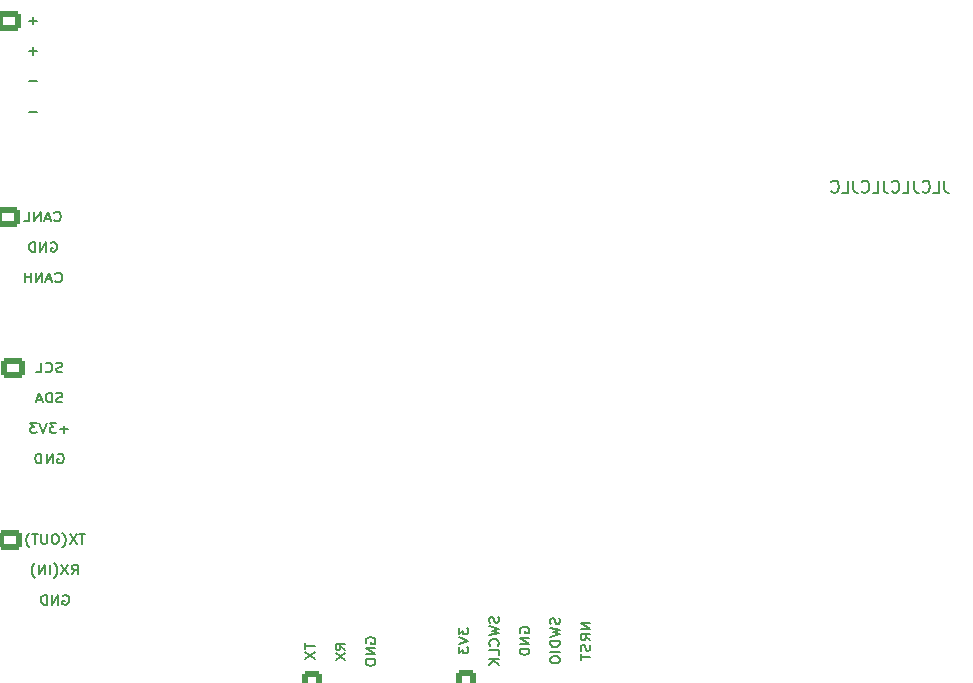
<source format=gbr>
%TF.GenerationSoftware,KiCad,Pcbnew,(6.0.6)*%
%TF.CreationDate,2022-10-20T14:17:53+09:00*%
%TF.ProjectId,LTE-base-H1,4c54452d-6261-4736-952d-48312e6b6963,rev?*%
%TF.SameCoordinates,Original*%
%TF.FileFunction,Legend,Bot*%
%TF.FilePolarity,Positive*%
%FSLAX46Y46*%
G04 Gerber Fmt 4.6, Leading zero omitted, Abs format (unit mm)*
G04 Created by KiCad (PCBNEW (6.0.6)) date 2022-10-20 14:17:53*
%MOMM*%
%LPD*%
G01*
G04 APERTURE LIST*
G04 Aperture macros list*
%AMRoundRect*
0 Rectangle with rounded corners*
0 $1 Rounding radius*
0 $2 $3 $4 $5 $6 $7 $8 $9 X,Y pos of 4 corners*
0 Add a 4 corners polygon primitive as box body*
4,1,4,$2,$3,$4,$5,$6,$7,$8,$9,$2,$3,0*
0 Add four circle primitives for the rounded corners*
1,1,$1+$1,$2,$3*
1,1,$1+$1,$4,$5*
1,1,$1+$1,$6,$7*
1,1,$1+$1,$8,$9*
0 Add four rect primitives between the rounded corners*
20,1,$1+$1,$2,$3,$4,$5,0*
20,1,$1+$1,$4,$5,$6,$7,0*
20,1,$1+$1,$6,$7,$8,$9,0*
20,1,$1+$1,$8,$9,$2,$3,0*%
G04 Aperture macros list end*
%ADD10C,0.200000*%
%ADD11C,0.150000*%
%ADD12C,0.800000*%
%ADD13C,6.400000*%
%ADD14C,6.200000*%
%ADD15RoundRect,0.250000X-0.725000X0.600000X-0.725000X-0.600000X0.725000X-0.600000X0.725000X0.600000X0*%
%ADD16O,1.950000X1.700000*%
%ADD17RoundRect,0.250000X-0.600000X-0.725000X0.600000X-0.725000X0.600000X0.725000X-0.600000X0.725000X0*%
%ADD18O,1.700000X1.950000*%
%ADD19C,2.000000*%
%ADD20C,1.100000*%
%ADD21C,1.600000*%
%ADD22C,3.550000*%
%ADD23C,2.390000*%
%ADD24C,1.980000*%
%ADD25C,0.650000*%
%ADD26O,1.000000X1.600000*%
%ADD27O,1.000000X2.100000*%
%ADD28R,3.500000X3.500000*%
%ADD29RoundRect,0.750000X-0.750000X-1.000000X0.750000X-1.000000X0.750000X1.000000X-0.750000X1.000000X0*%
%ADD30RoundRect,0.875000X-0.875000X-0.875000X0.875000X-0.875000X0.875000X0.875000X-0.875000X0.875000X0*%
G04 APERTURE END LIST*
D10*
X108321428Y-123909809D02*
X108192857Y-123947904D01*
X107978571Y-123947904D01*
X107892857Y-123909809D01*
X107850000Y-123871714D01*
X107807142Y-123795523D01*
X107807142Y-123719333D01*
X107850000Y-123643142D01*
X107892857Y-123605047D01*
X107978571Y-123566952D01*
X108150000Y-123528857D01*
X108235714Y-123490761D01*
X108278571Y-123452666D01*
X108321428Y-123376476D01*
X108321428Y-123300285D01*
X108278571Y-123224095D01*
X108235714Y-123186000D01*
X108150000Y-123147904D01*
X107935714Y-123147904D01*
X107807142Y-123186000D01*
X106907142Y-123871714D02*
X106950000Y-123909809D01*
X107078571Y-123947904D01*
X107164285Y-123947904D01*
X107292857Y-123909809D01*
X107378571Y-123833619D01*
X107421428Y-123757428D01*
X107464285Y-123605047D01*
X107464285Y-123490761D01*
X107421428Y-123338380D01*
X107378571Y-123262190D01*
X107292857Y-123186000D01*
X107164285Y-123147904D01*
X107078571Y-123147904D01*
X106950000Y-123186000D01*
X106907142Y-123224095D01*
X106092857Y-123947904D02*
X106521428Y-123947904D01*
X106521428Y-123147904D01*
X108342857Y-126485809D02*
X108214285Y-126523904D01*
X108000000Y-126523904D01*
X107914285Y-126485809D01*
X107871428Y-126447714D01*
X107828571Y-126371523D01*
X107828571Y-126295333D01*
X107871428Y-126219142D01*
X107914285Y-126181047D01*
X108000000Y-126142952D01*
X108171428Y-126104857D01*
X108257142Y-126066761D01*
X108300000Y-126028666D01*
X108342857Y-125952476D01*
X108342857Y-125876285D01*
X108300000Y-125800095D01*
X108257142Y-125762000D01*
X108171428Y-125723904D01*
X107957142Y-125723904D01*
X107828571Y-125762000D01*
X107442857Y-126523904D02*
X107442857Y-125723904D01*
X107228571Y-125723904D01*
X107100000Y-125762000D01*
X107014285Y-125838190D01*
X106971428Y-125914380D01*
X106928571Y-126066761D01*
X106928571Y-126181047D01*
X106971428Y-126333428D01*
X107014285Y-126409619D01*
X107100000Y-126485809D01*
X107228571Y-126523904D01*
X107442857Y-126523904D01*
X106585714Y-126295333D02*
X106157142Y-126295333D01*
X106671428Y-126523904D02*
X106371428Y-125723904D01*
X106071428Y-126523904D01*
X108835714Y-128795142D02*
X108150000Y-128795142D01*
X108492857Y-129099904D02*
X108492857Y-128490380D01*
X107807142Y-128299904D02*
X107250000Y-128299904D01*
X107550000Y-128604666D01*
X107421428Y-128604666D01*
X107335714Y-128642761D01*
X107292857Y-128680857D01*
X107250000Y-128757047D01*
X107250000Y-128947523D01*
X107292857Y-129023714D01*
X107335714Y-129061809D01*
X107421428Y-129099904D01*
X107678571Y-129099904D01*
X107764285Y-129061809D01*
X107807142Y-129023714D01*
X106992857Y-128299904D02*
X106692857Y-129099904D01*
X106392857Y-128299904D01*
X106178571Y-128299904D02*
X105621428Y-128299904D01*
X105921428Y-128604666D01*
X105792857Y-128604666D01*
X105707142Y-128642761D01*
X105664285Y-128680857D01*
X105621428Y-128757047D01*
X105621428Y-128947523D01*
X105664285Y-129023714D01*
X105707142Y-129061809D01*
X105792857Y-129099904D01*
X106050000Y-129099904D01*
X106135714Y-129061809D01*
X106178571Y-129023714D01*
X107935714Y-130914000D02*
X108021428Y-130875904D01*
X108150000Y-130875904D01*
X108278571Y-130914000D01*
X108364285Y-130990190D01*
X108407142Y-131066380D01*
X108450000Y-131218761D01*
X108450000Y-131333047D01*
X108407142Y-131485428D01*
X108364285Y-131561619D01*
X108278571Y-131637809D01*
X108150000Y-131675904D01*
X108064285Y-131675904D01*
X107935714Y-131637809D01*
X107892857Y-131599714D01*
X107892857Y-131333047D01*
X108064285Y-131333047D01*
X107507142Y-131675904D02*
X107507142Y-130875904D01*
X106992857Y-131675904D01*
X106992857Y-130875904D01*
X106564285Y-131675904D02*
X106564285Y-130875904D01*
X106350000Y-130875904D01*
X106221428Y-130914000D01*
X106135714Y-130990190D01*
X106092857Y-131066380D01*
X106050000Y-131218761D01*
X106050000Y-131333047D01*
X106092857Y-131485428D01*
X106135714Y-131561619D01*
X106221428Y-131637809D01*
X106350000Y-131675904D01*
X106564285Y-131675904D01*
X106192857Y-94193142D02*
X105507142Y-94193142D01*
X105850000Y-94497904D02*
X105850000Y-93888380D01*
X106192857Y-96769142D02*
X105507142Y-96769142D01*
X105850000Y-97073904D02*
X105850000Y-96464380D01*
X106192857Y-99345142D02*
X105507142Y-99345142D01*
X106192857Y-101921142D02*
X105507142Y-101921142D01*
D11*
X183019047Y-107752380D02*
X183019047Y-108466666D01*
X183066666Y-108609523D01*
X183161904Y-108704761D01*
X183304761Y-108752380D01*
X183400000Y-108752380D01*
X182066666Y-108752380D02*
X182542857Y-108752380D01*
X182542857Y-107752380D01*
X181161904Y-108657142D02*
X181209523Y-108704761D01*
X181352380Y-108752380D01*
X181447619Y-108752380D01*
X181590476Y-108704761D01*
X181685714Y-108609523D01*
X181733333Y-108514285D01*
X181780952Y-108323809D01*
X181780952Y-108180952D01*
X181733333Y-107990476D01*
X181685714Y-107895238D01*
X181590476Y-107800000D01*
X181447619Y-107752380D01*
X181352380Y-107752380D01*
X181209523Y-107800000D01*
X181161904Y-107847619D01*
X180447619Y-107752380D02*
X180447619Y-108466666D01*
X180495238Y-108609523D01*
X180590476Y-108704761D01*
X180733333Y-108752380D01*
X180828571Y-108752380D01*
X179495238Y-108752380D02*
X179971428Y-108752380D01*
X179971428Y-107752380D01*
X178590476Y-108657142D02*
X178638095Y-108704761D01*
X178780952Y-108752380D01*
X178876190Y-108752380D01*
X179019047Y-108704761D01*
X179114285Y-108609523D01*
X179161904Y-108514285D01*
X179209523Y-108323809D01*
X179209523Y-108180952D01*
X179161904Y-107990476D01*
X179114285Y-107895238D01*
X179019047Y-107800000D01*
X178876190Y-107752380D01*
X178780952Y-107752380D01*
X178638095Y-107800000D01*
X178590476Y-107847619D01*
X177876190Y-107752380D02*
X177876190Y-108466666D01*
X177923809Y-108609523D01*
X178019047Y-108704761D01*
X178161904Y-108752380D01*
X178257142Y-108752380D01*
X176923809Y-108752380D02*
X177400000Y-108752380D01*
X177400000Y-107752380D01*
X176019047Y-108657142D02*
X176066666Y-108704761D01*
X176209523Y-108752380D01*
X176304761Y-108752380D01*
X176447619Y-108704761D01*
X176542857Y-108609523D01*
X176590476Y-108514285D01*
X176638095Y-108323809D01*
X176638095Y-108180952D01*
X176590476Y-107990476D01*
X176542857Y-107895238D01*
X176447619Y-107800000D01*
X176304761Y-107752380D01*
X176209523Y-107752380D01*
X176066666Y-107800000D01*
X176019047Y-107847619D01*
X175304761Y-107752380D02*
X175304761Y-108466666D01*
X175352380Y-108609523D01*
X175447619Y-108704761D01*
X175590476Y-108752380D01*
X175685714Y-108752380D01*
X174352380Y-108752380D02*
X174828571Y-108752380D01*
X174828571Y-107752380D01*
X173447619Y-108657142D02*
X173495238Y-108704761D01*
X173638095Y-108752380D01*
X173733333Y-108752380D01*
X173876190Y-108704761D01*
X173971428Y-108609523D01*
X174019047Y-108514285D01*
X174066666Y-108323809D01*
X174066666Y-108180952D01*
X174019047Y-107990476D01*
X173971428Y-107895238D01*
X173876190Y-107800000D01*
X173733333Y-107752380D01*
X173638095Y-107752380D01*
X173495238Y-107800000D01*
X173447619Y-107847619D01*
D10*
X107642857Y-111109714D02*
X107685714Y-111147809D01*
X107814285Y-111185904D01*
X107900000Y-111185904D01*
X108028571Y-111147809D01*
X108114285Y-111071619D01*
X108157142Y-110995428D01*
X108200000Y-110843047D01*
X108200000Y-110728761D01*
X108157142Y-110576380D01*
X108114285Y-110500190D01*
X108028571Y-110424000D01*
X107900000Y-110385904D01*
X107814285Y-110385904D01*
X107685714Y-110424000D01*
X107642857Y-110462095D01*
X107300000Y-110957333D02*
X106871428Y-110957333D01*
X107385714Y-111185904D02*
X107085714Y-110385904D01*
X106785714Y-111185904D01*
X106485714Y-111185904D02*
X106485714Y-110385904D01*
X105971428Y-111185904D01*
X105971428Y-110385904D01*
X105114285Y-111185904D02*
X105542857Y-111185904D01*
X105542857Y-110385904D01*
X107385714Y-113000000D02*
X107471428Y-112961904D01*
X107600000Y-112961904D01*
X107728571Y-113000000D01*
X107814285Y-113076190D01*
X107857142Y-113152380D01*
X107900000Y-113304761D01*
X107900000Y-113419047D01*
X107857142Y-113571428D01*
X107814285Y-113647619D01*
X107728571Y-113723809D01*
X107600000Y-113761904D01*
X107514285Y-113761904D01*
X107385714Y-113723809D01*
X107342857Y-113685714D01*
X107342857Y-113419047D01*
X107514285Y-113419047D01*
X106957142Y-113761904D02*
X106957142Y-112961904D01*
X106442857Y-113761904D01*
X106442857Y-112961904D01*
X106014285Y-113761904D02*
X106014285Y-112961904D01*
X105800000Y-112961904D01*
X105671428Y-113000000D01*
X105585714Y-113076190D01*
X105542857Y-113152380D01*
X105500000Y-113304761D01*
X105500000Y-113419047D01*
X105542857Y-113571428D01*
X105585714Y-113647619D01*
X105671428Y-113723809D01*
X105800000Y-113761904D01*
X106014285Y-113761904D01*
X107750000Y-116261714D02*
X107792857Y-116299809D01*
X107921428Y-116337904D01*
X108007142Y-116337904D01*
X108135714Y-116299809D01*
X108221428Y-116223619D01*
X108264285Y-116147428D01*
X108307142Y-115995047D01*
X108307142Y-115880761D01*
X108264285Y-115728380D01*
X108221428Y-115652190D01*
X108135714Y-115576000D01*
X108007142Y-115537904D01*
X107921428Y-115537904D01*
X107792857Y-115576000D01*
X107750000Y-115614095D01*
X107407142Y-116109333D02*
X106978571Y-116109333D01*
X107492857Y-116337904D02*
X107192857Y-115537904D01*
X106892857Y-116337904D01*
X106592857Y-116337904D02*
X106592857Y-115537904D01*
X106078571Y-116337904D01*
X106078571Y-115537904D01*
X105650000Y-116337904D02*
X105650000Y-115537904D01*
X105650000Y-115918857D02*
X105135714Y-115918857D01*
X105135714Y-116337904D02*
X105135714Y-115537904D01*
X141909904Y-145585714D02*
X141909904Y-146142857D01*
X142214666Y-145842857D01*
X142214666Y-145971428D01*
X142252761Y-146057142D01*
X142290857Y-146100000D01*
X142367047Y-146142857D01*
X142557523Y-146142857D01*
X142633714Y-146100000D01*
X142671809Y-146057142D01*
X142709904Y-145971428D01*
X142709904Y-145714285D01*
X142671809Y-145628571D01*
X142633714Y-145585714D01*
X141909904Y-146400000D02*
X142709904Y-146700000D01*
X141909904Y-147000000D01*
X141909904Y-147214285D02*
X141909904Y-147771428D01*
X142214666Y-147471428D01*
X142214666Y-147600000D01*
X142252761Y-147685714D01*
X142290857Y-147728571D01*
X142367047Y-147771428D01*
X142557523Y-147771428D01*
X142633714Y-147728571D01*
X142671809Y-147685714D01*
X142709904Y-147600000D01*
X142709904Y-147342857D01*
X142671809Y-147257142D01*
X142633714Y-147214285D01*
X145247809Y-144664285D02*
X145285904Y-144792857D01*
X145285904Y-145007142D01*
X145247809Y-145092857D01*
X145209714Y-145135714D01*
X145133523Y-145178571D01*
X145057333Y-145178571D01*
X144981142Y-145135714D01*
X144943047Y-145092857D01*
X144904952Y-145007142D01*
X144866857Y-144835714D01*
X144828761Y-144750000D01*
X144790666Y-144707142D01*
X144714476Y-144664285D01*
X144638285Y-144664285D01*
X144562095Y-144707142D01*
X144524000Y-144750000D01*
X144485904Y-144835714D01*
X144485904Y-145050000D01*
X144524000Y-145178571D01*
X144485904Y-145478571D02*
X145285904Y-145692857D01*
X144714476Y-145864285D01*
X145285904Y-146035714D01*
X144485904Y-146250000D01*
X145209714Y-147107142D02*
X145247809Y-147064285D01*
X145285904Y-146935714D01*
X145285904Y-146850000D01*
X145247809Y-146721428D01*
X145171619Y-146635714D01*
X145095428Y-146592857D01*
X144943047Y-146550000D01*
X144828761Y-146550000D01*
X144676380Y-146592857D01*
X144600190Y-146635714D01*
X144524000Y-146721428D01*
X144485904Y-146850000D01*
X144485904Y-146935714D01*
X144524000Y-147064285D01*
X144562095Y-147107142D01*
X145285904Y-147921428D02*
X145285904Y-147492857D01*
X144485904Y-147492857D01*
X145285904Y-148221428D02*
X144485904Y-148221428D01*
X145285904Y-148735714D02*
X144828761Y-148350000D01*
X144485904Y-148735714D02*
X144943047Y-148221428D01*
X147100000Y-146014285D02*
X147061904Y-145928571D01*
X147061904Y-145800000D01*
X147100000Y-145671428D01*
X147176190Y-145585714D01*
X147252380Y-145542857D01*
X147404761Y-145500000D01*
X147519047Y-145500000D01*
X147671428Y-145542857D01*
X147747619Y-145585714D01*
X147823809Y-145671428D01*
X147861904Y-145800000D01*
X147861904Y-145885714D01*
X147823809Y-146014285D01*
X147785714Y-146057142D01*
X147519047Y-146057142D01*
X147519047Y-145885714D01*
X147861904Y-146442857D02*
X147061904Y-146442857D01*
X147861904Y-146957142D01*
X147061904Y-146957142D01*
X147861904Y-147385714D02*
X147061904Y-147385714D01*
X147061904Y-147600000D01*
X147100000Y-147728571D01*
X147176190Y-147814285D01*
X147252380Y-147857142D01*
X147404761Y-147900000D01*
X147519047Y-147900000D01*
X147671428Y-147857142D01*
X147747619Y-147814285D01*
X147823809Y-147728571D01*
X147861904Y-147600000D01*
X147861904Y-147385714D01*
X150399809Y-144792857D02*
X150437904Y-144921428D01*
X150437904Y-145135714D01*
X150399809Y-145221428D01*
X150361714Y-145264285D01*
X150285523Y-145307142D01*
X150209333Y-145307142D01*
X150133142Y-145264285D01*
X150095047Y-145221428D01*
X150056952Y-145135714D01*
X150018857Y-144964285D01*
X149980761Y-144878571D01*
X149942666Y-144835714D01*
X149866476Y-144792857D01*
X149790285Y-144792857D01*
X149714095Y-144835714D01*
X149676000Y-144878571D01*
X149637904Y-144964285D01*
X149637904Y-145178571D01*
X149676000Y-145307142D01*
X149637904Y-145607142D02*
X150437904Y-145821428D01*
X149866476Y-145992857D01*
X150437904Y-146164285D01*
X149637904Y-146378571D01*
X150437904Y-146721428D02*
X149637904Y-146721428D01*
X149637904Y-146935714D01*
X149676000Y-147064285D01*
X149752190Y-147150000D01*
X149828380Y-147192857D01*
X149980761Y-147235714D01*
X150095047Y-147235714D01*
X150247428Y-147192857D01*
X150323619Y-147150000D01*
X150399809Y-147064285D01*
X150437904Y-146935714D01*
X150437904Y-146721428D01*
X150437904Y-147621428D02*
X149637904Y-147621428D01*
X149637904Y-148221428D02*
X149637904Y-148392857D01*
X149676000Y-148478571D01*
X149752190Y-148564285D01*
X149904571Y-148607142D01*
X150171238Y-148607142D01*
X150323619Y-148564285D01*
X150399809Y-148478571D01*
X150437904Y-148392857D01*
X150437904Y-148221428D01*
X150399809Y-148135714D01*
X150323619Y-148050000D01*
X150171238Y-148007142D01*
X149904571Y-148007142D01*
X149752190Y-148050000D01*
X149676000Y-148135714D01*
X149637904Y-148221428D01*
X153013904Y-145221428D02*
X152213904Y-145221428D01*
X153013904Y-145735714D01*
X152213904Y-145735714D01*
X153013904Y-146678571D02*
X152632952Y-146378571D01*
X153013904Y-146164285D02*
X152213904Y-146164285D01*
X152213904Y-146507142D01*
X152252000Y-146592857D01*
X152290095Y-146635714D01*
X152366285Y-146678571D01*
X152480571Y-146678571D01*
X152556761Y-146635714D01*
X152594857Y-146592857D01*
X152632952Y-146507142D01*
X152632952Y-146164285D01*
X152975809Y-147021428D02*
X153013904Y-147150000D01*
X153013904Y-147364285D01*
X152975809Y-147450000D01*
X152937714Y-147492857D01*
X152861523Y-147535714D01*
X152785333Y-147535714D01*
X152709142Y-147492857D01*
X152671047Y-147450000D01*
X152632952Y-147364285D01*
X152594857Y-147192857D01*
X152556761Y-147107142D01*
X152518666Y-147064285D01*
X152442476Y-147021428D01*
X152366285Y-147021428D01*
X152290095Y-147064285D01*
X152252000Y-147107142D01*
X152213904Y-147192857D01*
X152213904Y-147407142D01*
X152252000Y-147535714D01*
X152213904Y-147792857D02*
X152213904Y-148307142D01*
X153013904Y-148050000D02*
X152213904Y-148050000D01*
X110271428Y-137685904D02*
X109757142Y-137685904D01*
X110014285Y-138485904D02*
X110014285Y-137685904D01*
X109542857Y-137685904D02*
X108942857Y-138485904D01*
X108942857Y-137685904D02*
X109542857Y-138485904D01*
X108342857Y-138790666D02*
X108385714Y-138752571D01*
X108471428Y-138638285D01*
X108514285Y-138562095D01*
X108557142Y-138447809D01*
X108600000Y-138257333D01*
X108600000Y-138104952D01*
X108557142Y-137914476D01*
X108514285Y-137800190D01*
X108471428Y-137724000D01*
X108385714Y-137609714D01*
X108342857Y-137571619D01*
X107828571Y-137685904D02*
X107657142Y-137685904D01*
X107571428Y-137724000D01*
X107485714Y-137800190D01*
X107442857Y-137952571D01*
X107442857Y-138219238D01*
X107485714Y-138371619D01*
X107571428Y-138447809D01*
X107657142Y-138485904D01*
X107828571Y-138485904D01*
X107914285Y-138447809D01*
X108000000Y-138371619D01*
X108042857Y-138219238D01*
X108042857Y-137952571D01*
X108000000Y-137800190D01*
X107914285Y-137724000D01*
X107828571Y-137685904D01*
X107057142Y-137685904D02*
X107057142Y-138333523D01*
X107014285Y-138409714D01*
X106971428Y-138447809D01*
X106885714Y-138485904D01*
X106714285Y-138485904D01*
X106628571Y-138447809D01*
X106585714Y-138409714D01*
X106542857Y-138333523D01*
X106542857Y-137685904D01*
X106242857Y-137685904D02*
X105728571Y-137685904D01*
X105985714Y-138485904D02*
X105985714Y-137685904D01*
X105514285Y-138790666D02*
X105471428Y-138752571D01*
X105385714Y-138638285D01*
X105342857Y-138562095D01*
X105300000Y-138447809D01*
X105257142Y-138257333D01*
X105257142Y-138104952D01*
X105300000Y-137914476D01*
X105342857Y-137800190D01*
X105385714Y-137724000D01*
X105471428Y-137609714D01*
X105514285Y-137571619D01*
X109135714Y-141061904D02*
X109435714Y-140680952D01*
X109650000Y-141061904D02*
X109650000Y-140261904D01*
X109307142Y-140261904D01*
X109221428Y-140300000D01*
X109178571Y-140338095D01*
X109135714Y-140414285D01*
X109135714Y-140528571D01*
X109178571Y-140604761D01*
X109221428Y-140642857D01*
X109307142Y-140680952D01*
X109650000Y-140680952D01*
X108835714Y-140261904D02*
X108235714Y-141061904D01*
X108235714Y-140261904D02*
X108835714Y-141061904D01*
X107635714Y-141366666D02*
X107678571Y-141328571D01*
X107764285Y-141214285D01*
X107807142Y-141138095D01*
X107850000Y-141023809D01*
X107892857Y-140833333D01*
X107892857Y-140680952D01*
X107850000Y-140490476D01*
X107807142Y-140376190D01*
X107764285Y-140300000D01*
X107678571Y-140185714D01*
X107635714Y-140147619D01*
X107292857Y-141061904D02*
X107292857Y-140261904D01*
X106864285Y-141061904D02*
X106864285Y-140261904D01*
X106350000Y-141061904D01*
X106350000Y-140261904D01*
X106007142Y-141366666D02*
X105964285Y-141328571D01*
X105878571Y-141214285D01*
X105835714Y-141138095D01*
X105792857Y-141023809D01*
X105750000Y-140833333D01*
X105750000Y-140680952D01*
X105792857Y-140490476D01*
X105835714Y-140376190D01*
X105878571Y-140300000D01*
X105964285Y-140185714D01*
X106007142Y-140147619D01*
X108385714Y-142876000D02*
X108471428Y-142837904D01*
X108600000Y-142837904D01*
X108728571Y-142876000D01*
X108814285Y-142952190D01*
X108857142Y-143028380D01*
X108900000Y-143180761D01*
X108900000Y-143295047D01*
X108857142Y-143447428D01*
X108814285Y-143523619D01*
X108728571Y-143599809D01*
X108600000Y-143637904D01*
X108514285Y-143637904D01*
X108385714Y-143599809D01*
X108342857Y-143561714D01*
X108342857Y-143295047D01*
X108514285Y-143295047D01*
X107957142Y-143637904D02*
X107957142Y-142837904D01*
X107442857Y-143637904D01*
X107442857Y-142837904D01*
X107014285Y-143637904D02*
X107014285Y-142837904D01*
X106800000Y-142837904D01*
X106671428Y-142876000D01*
X106585714Y-142952190D01*
X106542857Y-143028380D01*
X106500000Y-143180761D01*
X106500000Y-143295047D01*
X106542857Y-143447428D01*
X106585714Y-143523619D01*
X106671428Y-143599809D01*
X106800000Y-143637904D01*
X107014285Y-143637904D01*
X128885904Y-146914285D02*
X128885904Y-147428571D01*
X129685904Y-147171428D02*
X128885904Y-147171428D01*
X128885904Y-147642857D02*
X129685904Y-148242857D01*
X128885904Y-148242857D02*
X129685904Y-147642857D01*
X132261904Y-147450000D02*
X131880952Y-147150000D01*
X132261904Y-146935714D02*
X131461904Y-146935714D01*
X131461904Y-147278571D01*
X131500000Y-147364285D01*
X131538095Y-147407142D01*
X131614285Y-147450000D01*
X131728571Y-147450000D01*
X131804761Y-147407142D01*
X131842857Y-147364285D01*
X131880952Y-147278571D01*
X131880952Y-146935714D01*
X131461904Y-147750000D02*
X132261904Y-148350000D01*
X131461904Y-148350000D02*
X132261904Y-147750000D01*
X134076000Y-146914285D02*
X134037904Y-146828571D01*
X134037904Y-146700000D01*
X134076000Y-146571428D01*
X134152190Y-146485714D01*
X134228380Y-146442857D01*
X134380761Y-146400000D01*
X134495047Y-146400000D01*
X134647428Y-146442857D01*
X134723619Y-146485714D01*
X134799809Y-146571428D01*
X134837904Y-146700000D01*
X134837904Y-146785714D01*
X134799809Y-146914285D01*
X134761714Y-146957142D01*
X134495047Y-146957142D01*
X134495047Y-146785714D01*
X134837904Y-147342857D02*
X134037904Y-147342857D01*
X134837904Y-147857142D01*
X134037904Y-147857142D01*
X134837904Y-148285714D02*
X134037904Y-148285714D01*
X134037904Y-148500000D01*
X134076000Y-148628571D01*
X134152190Y-148714285D01*
X134228380Y-148757142D01*
X134380761Y-148800000D01*
X134495047Y-148800000D01*
X134647428Y-148757142D01*
X134723619Y-148714285D01*
X134799809Y-148628571D01*
X134837904Y-148500000D01*
X134837904Y-148285714D01*
%LPC*%
D12*
%TO.C,H4*%
X195000000Y-57600000D03*
X196697056Y-58302944D03*
X195000000Y-62400000D03*
D13*
X195000000Y-60000000D03*
D12*
X197400000Y-60000000D03*
X192600000Y-60000000D03*
X193302944Y-61697056D03*
X193302944Y-58302944D03*
X196697056Y-61697056D03*
%TD*%
D14*
%TO.C,J4*%
X195700000Y-107400000D03*
%TD*%
D15*
%TO.C,J11*%
X103800000Y-94250000D03*
D16*
X103800000Y-96750000D03*
X103800000Y-99250000D03*
X103800000Y-101750000D03*
%TD*%
D12*
%TO.C,H2*%
X105000000Y-152400000D03*
X103302944Y-148302944D03*
X103302944Y-151697056D03*
X106697056Y-151697056D03*
X106697056Y-148302944D03*
X107400000Y-150000000D03*
X105000000Y-147600000D03*
X102600000Y-150000000D03*
D13*
X105000000Y-150000000D03*
%TD*%
D14*
%TO.C,J3*%
X195750000Y-131600000D03*
%TD*%
D17*
%TO.C,J7*%
X129500000Y-150275000D03*
D18*
X132000000Y-150275000D03*
X134500000Y-150275000D03*
%TD*%
D12*
%TO.C,H1*%
X195000000Y-152400000D03*
X196697056Y-148302944D03*
D13*
X195000000Y-150000000D03*
D12*
X193302944Y-148302944D03*
X195000000Y-147600000D03*
X193302944Y-151697056D03*
X197400000Y-150000000D03*
X196697056Y-151697056D03*
X192600000Y-150000000D03*
%TD*%
D19*
%TO.C,TP2*%
X157400000Y-100000000D03*
%TD*%
D20*
%TO.C,J1*%
X147700000Y-132000000D03*
D21*
X147700000Y-107000000D03*
%TD*%
D19*
%TO.C,TP1*%
X162500000Y-99900000D03*
%TD*%
D15*
%TO.C,J9*%
X104125000Y-123650000D03*
D16*
X104125000Y-126150000D03*
X104125000Y-128650000D03*
X104125000Y-131150000D03*
%TD*%
D22*
%TO.C,BT1*%
X177730000Y-58130000D03*
D23*
X186110000Y-73870000D03*
D22*
X122530000Y-73870000D03*
D24*
X186110000Y-66000000D03*
X113890000Y-66000000D03*
%TD*%
D25*
%TO.C,J5*%
X182405489Y-147995489D03*
X188185489Y-147995489D03*
D26*
X180975489Y-151645489D03*
X189615489Y-151645489D03*
D27*
X189615489Y-147465489D03*
X180975489Y-147465489D03*
%TD*%
D15*
%TO.C,J12*%
X103700000Y-110850000D03*
D16*
X103700000Y-113350000D03*
X103700000Y-115850000D03*
%TD*%
D12*
%TO.C,H3*%
X102600000Y-60000000D03*
X103302944Y-61697056D03*
X106697056Y-58302944D03*
D13*
X105000000Y-60000000D03*
D12*
X103302944Y-58302944D03*
X106697056Y-61697056D03*
X105000000Y-62400000D03*
X107400000Y-60000000D03*
X105000000Y-57600000D03*
%TD*%
D15*
%TO.C,J6*%
X103900000Y-138150000D03*
D16*
X103900000Y-140650000D03*
X103900000Y-143150000D03*
%TD*%
D17*
%TO.C,J8*%
X142500000Y-150175000D03*
D18*
X145000000Y-150175000D03*
X147500000Y-150175000D03*
X150000000Y-150175000D03*
X152500000Y-150175000D03*
%TD*%
D28*
%TO.C,J2*%
X110900000Y-84042500D03*
D29*
X104900000Y-84042500D03*
D30*
X107900000Y-88742500D03*
%TD*%
M02*

</source>
